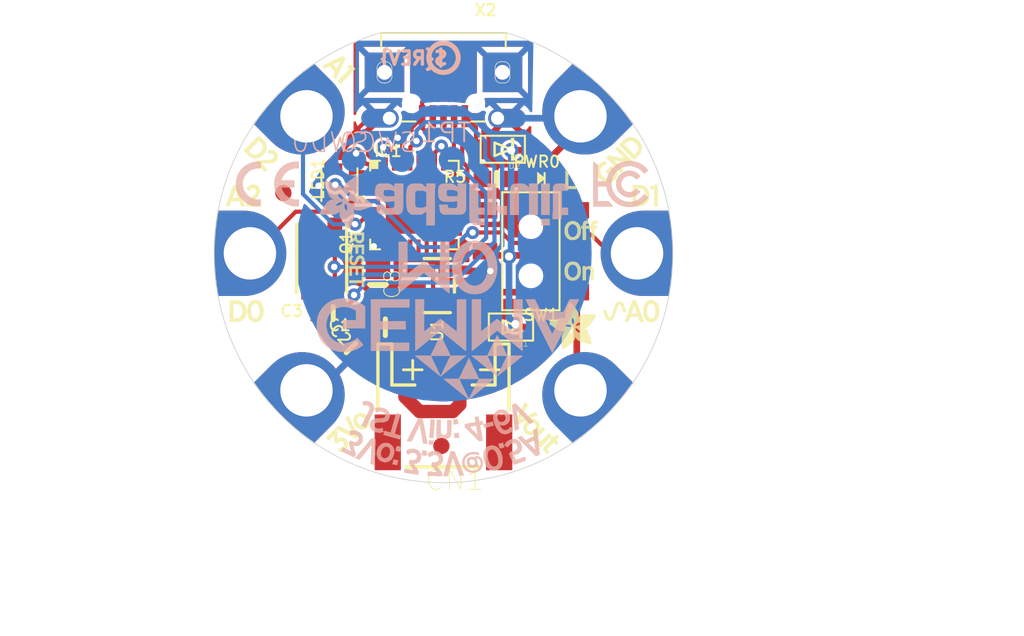
<source format=kicad_pcb>
(kicad_pcb (version 20221018) (generator pcbnew)
  (layers (0 "F.Cu" signal) (1 "In1.Cu" signal) (2 "In2.Cu" signal) (3 "In3.Cu" signal) (4 "In4.Cu" signal) (5 "In5.Cu" signal) (6 "In6.Cu" signal) (7 "In7.Cu" signal) (8 "In8.Cu" signal) (9 "In9.Cu" signal) (10 "In10.Cu" signal) (11 "In11.Cu" signal) (12 "In12.Cu" signal) (13 "In13.Cu" signal) (14 "In14.Cu" signal) (31 "B.Cu" signal) (34 "B.Paste" user) (35 "F.Paste" user) (36 "B.SilkS" user "B.Silkscreen") (37 "F.SilkS" user "F.Silkscreen") (38 "B.Mask" user) (39 "F.Mask" user) (44 "Edge.Cuts" user))
  (net 0 "")
  (net 1 "GND")
  (net 2 "VBUS")
  (net 3 "~{RESET}")
  (net 4 "VBAT")
  (net 5 "D-")
  (net 6 "D+")
  (net 7 "3.3V")
  (net 8 "SWCLK")
  (net 9 "SWDIO")
  (net 10 "D4")
  (net 11 "D3")
  (net 12 "D1_A0")
  (net 13 "VOUT")
  (net 14 "D0_SDA_TX")
  (net 15 "D2_SCL_RX")
  (net 16 "VDDCORE")
  (net 17 "VHIGH")
  (net 18 "D13")
  (net 19 "N$1")
  (footprint "working:SEWALLI" (layer "F.Cu") (at 156.5021 96.736005 -45)
    (fp_text reference "GND0" hide)
    (fp_text value "SEWTAP-ALLIGATOR" hide)
  )
  (footprint "working:EG1390" (layer "F.Cu") (at 153.8351 104.610005 90)
    (fp_text reference "SW1")
    (fp_text value "EG1218")
  )
  (footprint "working:FIDUCIAL_1MM" (layer "F.Cu") (at 138.7331 101.055505 90)
    (fp_text reference "U$1" hide)
    (fp_text value "FIDUCIAL_1MM" hide)
  )
  (footprint "working:SEWALLI" (layer "F.Cu") (at 140.5001 112.738005 135)
    (fp_text reference "UNK3V3" hide)
    (fp_text value "SEWTAP-ALLIGATOR" hide)
  )
  (footprint "working:0603-NO" (layer "F.Cu") (at 142.8496 110.515505 135)
    (fp_text reference "C2")
    (fp_text value "1uF")
  )
  (footprint "working:0805-NO" (layer "F.Cu") (at 144.5006 106.642005 -90)
    (fp_text reference "C8")
    (fp_text value "10uF")
  )
  (footprint "working:SEWALLI" (layer "F.Cu") (at 159.8041 104.737005 -90)
    (fp_text reference "B1" hide)
    (fp_text value "SEWTAP-ALLIGATOR" hide)
  )
  (footprint "working:SOD-123FL" (layer "F.Cu") (at 152.6191 109.236005 180)
    (fp_text reference "D1")
    (fp_text value "SCHOTTKY")
  )
  (footprint "working:SEWALLI" (layer "F.Cu") (at 140.5001 96.736005 45)
    (fp_text reference "B2" hide)
    (fp_text value "SEWTAP-ALLIGATOR" hide)
  )
  (footprint "working:SOD-123FL" (layer "F.Cu") (at 152.1206 98.387005 180)
    (fp_text reference "D2")
    (fp_text value "SCHOTTKY")
  )
  (footprint "working:0805-NO" (layer "F.Cu") (at 144.9546 109.245505 180)
    (fp_text reference "C1")
    (fp_text value "10uF")
  )
  (footprint "working:SEWALLI" (layer "F.Cu") (at 137.1981 104.737005 90)
    (fp_text reference "B0" hide)
    (fp_text value "SEWTAP-ALLIGATOR" hide)
  )
  (footprint "working:0603-NO" (layer "F.Cu") (at 151.731893 100.199015 180)
    (fp_text reference "R5")
    (fp_text value "1K")
  )
  (footprint "working:CHIPLED_0603_NOOUTLINE" (layer "F.Cu") (at 154.4701 100.165005 -90)
    (fp_text reference "PWR0")
    (fp_text value "red")
  )
  (footprint "working:JSTPH2" (layer "F.Cu") (at 148.5011 114.770005 180)
    (fp_text reference "CN1")
    (fp_text value "JST-PH")
  )
  (footprint "working:APA102_2020" (layer "F.Cu") (at 142.1511 100.546005 90)
    (fp_text reference "LED1")
    (fp_text value "AP102-2020")
  )
  (footprint "working:QFN32_5MM" (layer "F.Cu") (at 146.729485 101.789705)
    (fp_text reference "IC1")
    (fp_text value "ATSAMD21E")
  )
  (footprint "working:0603-NO" (layer "F.Cu") (at 141.773294 108.379614 180)
    (fp_text reference "C3")
    (fp_text value "1uF")
  )
  (footprint "working:BTN_KMR2_4.6X2.8" (layer "F.Cu") (at 141.0716 105.054505 -90)
    (fp_text reference "Q1")
    (fp_text value "reset")
  )
  (footprint "working:4UCONN_20329_V2" (layer "F.Cu") (at 148.5011 95.593005 180)
    (fp_text reference "X2")
    (fp_text value "MicroUSB")
    (fp_line (start -4.05 2.15) (end -4.05 1.6) (stroke (width 0.05)) (layer "Edge.Cuts"))
    (fp_line (start -3.7 1.25) (end -3.5 1.25) (stroke (width 0.05)) (layer "Edge.Cuts"))
    (fp_line (start -3.5 2.55) (end -3.7 2.55) (stroke (width 0.05)) (layer "Edge.Cuts"))
    (fp_line (start -3.15 1.6) (end -3.15 2.15) (stroke (width 0.05)) (layer "Edge.Cuts"))
    (fp_line (start 3.15 2.2) (end 3.15 1.6) (stroke (width 0.05)) (layer "Edge.Cuts"))
    (fp_line (start 4.05 1.6) (end 4.05 2.2) (stroke (width 0.05)) (layer "Edge.Cuts"))
    (fp_arc (start -4.05 1.6) (mid -3.947487 1.352513) (end -3.7 1.25) (stroke (width 0.05)) (layer "Edge.Cuts"))
    (fp_arc (start -3.7 2.55) (mid -3.957843 2.422487) (end -4.05 2.15) (stroke (width 0.05)) (layer "Edge.Cuts"))
    (fp_arc (start -3.5 1.25) (mid -3.252513 1.352513) (end -3.15 1.6) (stroke (width 0.05)) (layer "Edge.Cuts"))
    (fp_arc (start -3.15 2.15) (mid -3.242157 2.422487) (end -3.5 2.55) (stroke (width 0.05)) (layer "Edge.Cuts"))
    (fp_arc (start 3.15 1.6) (mid 3.302513 1.331802) (end 3.6 1.25) (stroke (width 0.05)) (layer "Edge.Cuts"))
    (fp_arc (start 3.6 1.25) (mid 3.897487 1.331802) (end 4.05 1.6) (stroke (width 0.05)) (layer "Edge.Cuts"))
    (fp_arc (start 3.6 2.55) (mid 3.302513 2.468198) (end 3.15 2.2) (stroke (width 0.05)) (layer "Edge.Cuts"))
    (fp_arc (start 4.05 2.2) (mid 3.897487 2.468198) (end 3.6 2.55) (stroke (width 0.05)) (layer "Edge.Cuts"))
  )
  (footprint "working:FIDUCIAL_1MM" (layer "F.Cu") (at 148.3741 116.487505)
    (fp_text reference "U$6" hide)
    (fp_text value "FIDUCIAL_1MM" hide)
  )
  (footprint "working:SEWALLI" (layer "F.Cu") (at 156.5021 112.738005 -135)
    (fp_text reference "VBAT0" hide)
    (fp_text value "SEWTAP-ALLIGATOR" hide)
  )
  (footprint "working:GEMMA_M0_TOP" (layer "F.Cu") (at 134.5311 118.707005)
    (fp_text reference "U$8" hide)
    (fp_text value "" hide)
  )
  (footprint "working:SOT23-5" (layer "F.Cu") (at 148.1201 106.705505 -90)
    (fp_text reference "U1")
    (fp_text value "AP2112K-3.3")
  )
  (footprint "working:TP16R" (layer "B.Cu") (at 149.0091 99.022005 180)
    (fp_text reference "TP1")
    (fp_text value "TPTP16R")
  )
  (footprint "working:TP15R" (layer "B.Cu") (at 143.0401 99.022005 180)
    (fp_text reference "SWD0")
    (fp_text value "TPTP15R")
  )
  (footprint "working:PCBFEAT-REV-040" (layer "B.Cu") (at 148.5011 92.799005 180)
    (fp_text reference "U$10" hide)
    (fp_text value "" hide)
  )
  (footprint "working:TP15R" (layer "B.Cu") (at 145.9611 99.022005 180)
    (fp_text reference "SWC0")
    (fp_text value "TPTP15R")
  )
  (footprint "working:GEMMA_M0_BOTTOM" (layer "B.Cu") (at 134.5311 91.402005)
    (fp_text reference "U$7" hide)
    (fp_text value "" hide)
  )
  (gr_arc (start 152.3111 91.275005) (mid 148.5011 118.732194) (end 144.6911 91.275005) (stroke (width 0.05)) (layer "Edge.Cuts"))
  (gr_line (start 144.6911 91.275005) (end 152.3111 91.275005) (stroke (width 0.05)) (layer "Edge.Cuts"))
  (gr_text "+" (at 145.5801 112.611005) (layer "F.SilkS") (effects (font (size 1.50876 1.50876) (thickness 0.16764)) (justify left bottom)))
  (gr_text "-" (at 150.2791 112.611005) (layer "F.SilkS") (effects (font (size 1.50876 1.50876) (thickness 0.16764)) (justify left bottom)))
  (segment (start 146.979485 99.289705) (end 146.979485 101.476205) (width 0.254) (layer "F.Cu") (net 1))
  (segment (start 147.6121 97.942505) (end 147.6121 97.498005) (width 0.254) (layer "F.Cu") (net 1))
  (segment (start 142.7226 97.942505) (end 142.7226 97.688505) (width 0.254) (layer "F.Cu") (net 1))
  (segment (start 147.2011 97.087005) (end 147.2011 96.368005) (width 0.254) (layer "F.Cu") (net 1))
  (segment (start 140.61621 108.379614) (end 140.923294 108.379614) (width 0.254) (layer "F.Cu") (net 1))
  (segment (start 145.479485 104.289705) (end 145.479485 102.976205) (width 0.254) (layer "F.Cu") (net 1))
  (segment (start 149.0726 114.389005) (end 147.0406 114.389005) (width 0.8128) (layer "F.Cu") (net 1))
  (segment (start 147.1676 98.577505) (end 146.979485 98.765621) (width 0.254) (layer "F.Cu") (net 1))
  (segment (start 149.5011 113.960505) (end 149.0726 114.389005) (width 0.8128) (layer "F.Cu") (net 1))
  (segment (start 141.4011 99.264005) (end 141.4011 99.596005) (width 0.254) (layer "F.Cu") (net 1))
  (segment (start 146.1516 113.500005) (end 146.1516 112.801505) (width 0.8128) (layer "F.Cu") (net 1))
  (segment (start 147.6121 97.498005) (end 147.2011 97.087005) (width 0.254) (layer "F.Cu") (net 1))
  (segment (start 144.0046 109.245505) (end 144.0046 107.834005) (width 0.254) (layer "F.Cu") (net 1))
  (segment (start 145.479485 104.289705) (end 145.479485 104.826889) (width 0.254) (layer "F.Cu") (net 1))
  (segment (start 145.2011 96.611005) (end 145.2011 96.493005) (width 0.254) (layer "F.Cu") (net 1))
  (segment (start 147.2011 96.368005) (end 147.2011 95.496005) (width 0.254) (layer "F.Cu") (net 1))
  (segment (start 147.4851 98.387005) (end 147.1676 98.577505) (width 0.254) (layer "F.Cu") (net 1))
  (segment (start 146.979485 101.476205) (end 146.729485 101.726205) (width 0.254) (layer "F.Cu") (net 1))
  (segment (start 146.1516 112.801505) (end 146.1516 112.357005) (width 0.8128) (layer "F.Cu") (net 1))
  (segment (start 147.2011 95.496005) (end 147.4851 95.212005) (width 0.254) (layer "F.Cu") (net 1))
  (segment (start 151.8011 96.493005) (end 151.917309 96.376796) (width 0.254) (layer "F.Cu") (net 1))
  (segment (start 151.8011 97.639005) (end 151.8011 96.493005) (width 0.254) (layer "F.Cu") (net 1))
  (segment (start 142.7226 97.688505) (end 143.9181 96.493005) (width 0.254) (layer "F.Cu") (net 1))
  (segment (start 145.479485 102.976205) (end 146.729485 101.726205) (width 0.254) (layer "F.Cu") (net 1))
  (segment (start 141.4011 99.264005) (end 142.7226 97.942505) (width 0.254) (layer "F.Cu") (net 1))
  (segment (start 147.0406 114.389005) (end 146.1516 113.500005) (width 0.8128) (layer "F.Cu") (net 1))
  (segment (start 144.2466 107.592005) (end 144.5006 107.592005) (width 0.254) (layer "F.Cu") (net 1))
  (segment (start 145.5141 106.705505) (end 146.82 106.705505) (width 0.3048) (layer "F.Cu") (net 1))
  (segment (start 146.729485 101.726205) (end 146.729485 101.789705) (width 0.254) (layer "F.Cu") (net 1))
  (segment (start 140.2716 108.035005) (end 140.61621 108.379614) (width 0.254) (layer "F.Cu") (net 1))
  (segment (start 146.979485 99.289705) (end 146.979485 98.765621) (width 0.254) (layer "F.Cu") (net 1))
  (segment (start 145.479485 104.826889) (end 145.8341 105.181505) (width 0.254) (layer "F.Cu") (net 1))
  (segment (start 144.6911 112.801505) (end 146.1516 112.801505) (width 0.254) (layer "F.Cu") (net 1))
  (segment (start 144.0046 107.834005) (end 144.2466 107.592005) (width 0.254) (layer "F.Cu") (net 1))
  (segment (start 147.6121 97.942505) (end 147.4851 98.387005) (width 0.254) (layer "F.Cu") (net 1))
  (segment (start 149.5011 111.070005) (end 149.5011 113.960505) (width 0.8128) (layer "F.Cu") (net 1))
  (segment (start 156.861309 97.075296) (end 156.861309 96.376796) (width 0.4064) (layer "F.Cu") (net 1))
  (segment (start 154.9781 98.958505) (end 156.861309 97.075296) (width 0.4064) (layer "F.Cu") (net 1))
  (segment (start 140.2716 107.104505) (end 140.2716 108.035005) (width 0.254) (layer "F.Cu") (net 1))
  (segment (start 143.9181 96.493005) (end 145.2011 96.493005) (width 0.254) (layer "F.Cu") (net 1))
  (segment (start 156.861309 96.376796) (end 156.7451 96.493005) (width 0.4064) (layer "B.Cu") (net 1))
  (segment (start 156.7451 96.493005) (end 156.628946 96.493005) (width 0.4064) (layer "B.Cu") (net 1))
  (segment (start 156.628946 96.493005) (end 151.8011 96.493005) (width 0.4064) (layer "B.Cu") (net 1))
  (segment (start 156.861309 96.725368) (end 156.628946 96.493005) (width 0.4064) (layer "B.Cu") (net 1))
  (segment (start 150.4831 97.050005) (end 150.4831 98.387005) (width 0.254) (layer "F.Cu") (net 2))
  (segment (start 149.8011 96.368005) (end 150.4831 97.050005) (width 0.254) (layer "F.Cu") (net 2))
  (segment (start 141.8716 105.600505) (end 141.8716 107.104505) (width 0.254) (layer "F.Cu") (net 3))
  (segment (start 141.8716 103.175005) (end 141.8716 103.004505) (width 0.254) (layer "F.Cu") (net 3))
  (segment (start 141.8716 105.524505) (end 141.8716 103.004505) (width 0.254) (layer "F.Cu") (net 3))
  (segment (start 141.8336 105.562505) (end 141.8716 105.524505) (width 0.254) (layer "F.Cu") (net 3))
  (segment (start 141.8336 105.562505) (end 141.8716 105.600505) (width 0.254) (layer "F.Cu") (net 3))
  (segment (start 147.979485 98.591121) (end 148.3741 98.196505) (width 0.254) (layer "F.Cu") (net 3))
  (segment (start 147.979485 99.289705) (end 147.979485 98.591121) (width 0.254) (layer "F.Cu") (net 3))
  (via (at 141.8336 105.562505) (size 0.8001) (drill 0.3937) (layers "F.Cu" "B.Cu") (net 3))
  (via (at 148.3741 98.196505) (size 0.8001) (drill 0.3937) (layers "F.Cu" "B.Cu") (net 3))
  (segment (start 148.9456 98.895005) (end 149.0091 98.958505) (width 0.254) (layer "B.Cu") (net 3))
  (segment (start 151.1046 101.054005) (end 151.1046 103.784505) (width 0.254) (layer "B.Cu") (net 3))
  (segment (start 149.3266 105.562505) (end 141.8336 105.562505) (width 0.254) (layer "B.Cu") (net 3))
  (segment (start 148.9456 98.895005) (end 148.9456 98.768005) (width 0.254) (layer "B.Cu") (net 3))
  (segment (start 149.0091 98.958505) (end 151.1046 101.054005) (width 0.254) (layer "B.Cu") (net 3))
  (segment (start 148.9456 98.768005) (end 148.3741 98.196505) (width 0.254) (layer "B.Cu") (net 3))
  (segment (start 149.0091 99.022005) (end 149.0091 98.958505) (width 0.254) (layer "B.Cu") (net 3))
  (segment (start 151.1046 103.784505) (end 149.3266 105.562505) (width 0.254) (layer "B.Cu") (net 3))
  (segment (start 147.5011 108.785005) (end 147.5011 111.070005) (width 0.4064) (layer "F.Cu") (net 4))
  (segment (start 147.4851 111.054005) (end 147.5011 111.070005) (width 0.254) (layer "F.Cu") (net 4))
  (segment (start 150.9816 109.122505) (end 150.9816 109.236005) (width 0.4064) (layer "F.Cu") (net 4))
  (segment (start 150.2156 108.356505) (end 147.9296 108.356505) (width 0.254) (layer "F.Cu") (net 4))
  (segment (start 150.2156 108.356505) (end 150.9816 109.122505) (width 0.4064) (layer "F.Cu") (net 4))
  (segment (start 150.9816 109.236005) (end 150.9816 108.995505) (width 0.254) (layer "F.Cu") (net 4))
  (segment (start 147.9296 108.356505) (end 147.5011 108.785005) (width 0.4064) (layer "F.Cu") (net 4))
  (segment (start 149.6441 99.149005) (end 149.9616 99.466505) (width 0.254) (layer "F.Cu") (net 5))
  (segment (start 149.6441 97.625005) (end 149.6441 99.149005) (width 0.254) (layer "F.Cu") (net 5))
  (segment (start 149.1511 97.132005) (end 149.6441 97.625005) (width 0.254) (layer "F.Cu") (net 5))
  (segment (start 149.1511 97.132005) (end 149.1511 96.368005) (width 0.254) (layer "F.Cu") (net 5))
  (segment (start 149.9616 100.355505) (end 149.7774 100.539705) (width 0.254) (layer "F.Cu") (net 5))
  (segment (start 149.9616 99.466505) (end 149.9616 100.355505) (width 0.254) (layer "F.Cu") (net 5))
  (segment (start 149.7774 100.539705) (end 149.229484 100.539705) (width 0.254) (layer "F.Cu") (net 5))
  (segment (start 149.229484 99.976205) (end 149.1361 99.882821) (width 0.254) (layer "F.Cu") (net 6))
  (segment (start 148.5011 96.368005) (end 148.5011 97.180505) (width 0.254) (layer "F.Cu") (net 6))
  (segment (start 148.5011 97.180505) (end 149.1361 97.815505) (width 0.254) (layer "F.Cu") (net 6))
  (segment (start 149.229484 100.039705) (end 149.229484 99.976205) (width 0.254) (layer "F.Cu") (net 6))
  (segment (start 149.1361 97.815505) (end 149.1361 99.882821) (width 0.254) (layer "F.Cu") (net 6))
  (segment (start 145.979485 97.96089) (end 145.7071 97.688505) (width 0.254) (layer "F.Cu") (net 7))
  (segment (start 144.2466 105.438005) (end 144.2466 104.305205) (width 0.254) (layer "F.Cu") (net 7))
  (segment (start 144.3101 104.368705) (end 144.2466 104.305205) (width 0.254) (layer "F.Cu") (net 7))
  (segment (start 144.963985 104.305205) (end 144.2466 104.305205) (width 0.254) (layer "F.Cu") (net 7))
  (segment (start 144.979485 104.289705) (end 144.963985 104.305205) (width 0.254) (layer "F.Cu") (net 7))
  (segment (start 142.88356 111.116545) (end 140.902891 113.097214) (width 0.4064) (layer "F.Cu") (net 7))
  (segment (start 141.4011 101.496005) (end 140.8811 100.976005) (width 0.254) (layer "F.Cu") (net 7))
  (segment (start 149.4812 105.816505) (end 151.3586 105.816505) (width 0.4064) (layer "F.Cu") (net 7))
  (segment (start 144.5006 105.692005) (end 144.2466 105.438005) (width 0.254) (layer "F.Cu") (net 7))
  (segment (start 143.450644 111.116545) (end 142.88356 111.116545) (width 0.4064) (layer "F.Cu") (net 7))
  (segment (start 149.4202 105.755505) (end 149.4812 105.816505) (width 0.4064) (layer "F.Cu") (net 7))
  (segment (start 140.902891 113.097214) (end 140.140891 113.097214) (width 0.4064) (layer "F.Cu") (net 7))
  (segment (start 145.979485 99.289705) (end 145.979485 97.96089) (width 0.254) (layer "F.Cu") (net 7))
  (segment (start 140.8811 100.976005) (end 140.8811 100.609505) (width 0.254) (layer "F.Cu") (net 7))
  (via (at 144.2466 104.305205) (size 0.8001) (drill 0.3937) (layers "F.Cu" "B.Cu") (net 7))
  (via (at 145.7071 97.688505) (size 0.8001) (drill 0.3937) (layers "F.Cu" "B.Cu") (net 7))
  (via (at 151.3586 105.816505) (size 0.8001) (drill 0.3937) (layers "F.Cu" "B.Cu") (net 7))
  (via (at 140.8811 100.609505) (size 0.8001) (drill 0.3937) (layers "F.Cu" "B.Cu") (net 7))
  (segment (start 140.140891 113.097214) (end 140.902891 113.097214) (width 0.254) (layer "B.Cu") (net 7))
  (segment (start 140.902891 113.097214) (end 143.8021 110.198005) (width 0.4064) (layer "B.Cu") (net 7))
  (segment (start 145.1356 98.260005) (end 145.479485 98.60389) (width 0.254) (layer "F.Cu") (net 8))
  (segment (start 145.1356 98.260005) (end 144.8181 98.260005) (width 0.254) (layer "F.Cu") (net 8))
  (segment (start 145.479485 98.60389) (end 145.479485 99.289705) (width 0.254) (layer "F.Cu") (net 8))
  (via (at 144.8181 98.260005) (size 0.8001) (drill 0.3937) (layers "F.Cu" "B.Cu") (net 8))
  (segment (start 145.5801 99.022005) (end 144.8181 98.260005) (width 0.254) (layer "B.Cu") (net 8))
  (segment (start 145.9611 99.022005) (end 145.5801 99.022005) (width 0.254) (layer "B.Cu") (net 8))
  (segment (start 143.8158 99.289705) (end 143.1671 98.641005) (width 0.254) (layer "F.Cu") (net 9))
  (segment (start 144.979485 99.289705) (end 143.8158 99.289705) (width 0.254) (layer "F.Cu") (net 9))
  (via (at 143.1671 98.641005) (size 0.8001) (drill 0.3937) (layers "F.Cu" "B.Cu") (net 9))
  (segment (start 143.0401 99.022005) (end 143.0401 98.768005) (width 0.254) (layer "B.Cu") (net 9))
  (segment (start 143.0401 98.768005) (end 143.1671 98.641005) (width 0.254) (layer "B.Cu") (net 9))
  (segment (start 143.3576 100.292005) (end 143.6053 100.539705) (width 0.2032) (layer "F.Cu") (net 10))
  (segment (start 142.2781 99.847505) (end 142.1511 99.720505) (width 0.2032) (layer "F.Cu") (net 10))
  (segment (start 143.6053 100.539705) (end 144.229485 100.539705) (width 0.2032) (layer "F.Cu") (net 10))
  (segment (start 142.5956 100.292005) (end 143.3576 100.292005) (width 0.2032) (layer "F.Cu") (net 10))
  (segment (start 142.2781 99.847505) (end 142.5956 100.292005) (width 0.2032) (layer "F.Cu") (net 10))
  (segment (start 142.1511 99.720505) (end 142.1511 99.596005) (width 0.2032) (layer "F.Cu") (net 10))
  (segment (start 143.6116 99.784005) (end 143.0891 99.784005) (width 0.254) (layer "F.Cu") (net 11))
  (segment (start 143.8673 100.039705) (end 143.6116 99.784005) (width 0.254) (layer "F.Cu") (net 11))
  (segment (start 143.0891 99.784005) (end 142.9011 99.596005) (width 0.254) (layer "F.Cu") (net 11))
  (segment (start 144.1848 100.039705) (end 144.229485 100.039705) (width 0.2032) (layer "F.Cu") (net 11))
  (segment (start 144.1848 100.039705) (end 143.8673 100.039705) (width 0.254) (layer "F.Cu") (net 11))
  (segment (start 154.9781 104.102005) (end 152.6921 104.102005) (width 0.254) (layer "F.Cu") (net 12))
  (segment (start 142.0876 100.546005) (end 141.8971 100.546005) (width 0.2032) (layer "F.Cu") (net 12))
  (segment (start 142.0876 100.546005) (end 142.3416 100.800005) (width 0.2032) (layer "F.Cu") (net 12))
  (segment (start 142.3416 100.800005) (end 143.1671 100.800005) (width 0.2032) (layer "F.Cu") (net 12))
  (segment (start 152.0571 103.467005) (end 150.2791 103.467005) (width 0.254) (layer "F.Cu") (net 12))
  (segment (start 155.4861 103.594005) (end 154.9781 104.102005) (width 0.254) (layer "F.Cu") (net 12))
  (segment (start 144.229485 101.039705) (end 143.4068 101.039705) (width 0.2032) (layer "F.Cu") (net 12))
  (segment (start 143.1671 100.800005) (end 143.4068 101.039705) (width 0.2032) (layer "F.Cu") (net 12))
  (segment (start 152.6921 104.102005) (end 152.0571 103.467005) (width 0.254) (layer "F.Cu") (net 12))
  (segment (start 160.3121 104.737005) (end 158.6611 104.737005) (width 0.254) (layer "F.Cu") (net 12))
  (segment (start 157.5181 103.594005) (end 155.4861 103.594005) (width 0.254) (layer "F.Cu") (net 12))
  (segment (start 158.6611 104.737005) (end 157.5181 103.594005) (width 0.254) (layer "F.Cu") (net 12))
  (via (at 150.2791 103.467005) (size 0.8001) (drill 0.3937) (layers "F.Cu" "B.Cu") (net 12))
  (via (at 141.8971 100.546005) (size 0.8001) (drill 0.3937) (layers "F.Cu" "B.Cu") (net 12))
  (segment (start 142.1511 100.546005) (end 141.8971 100.546005) (width 0.254) (layer "B.Cu") (net 12))
  (segment (start 147.1041 104.356005) (end 149.1361 104.356005) (width 0.254) (layer "B.Cu") (net 12))
  (segment (start 147.1041 104.356005) (end 147.1041 104.292505) (width 0.254) (layer "B.Cu") (net 12))
  (segment (start 143.1671 101.562005) (end 142.1511 100.546005) (width 0.254) (layer "B.Cu") (net 12))
  (segment (start 149.1361 104.356005) (end 150.0251 103.467005) (width 0.254) (layer "B.Cu") (net 12))
  (segment (start 150.0251 103.467005) (end 150.2791 103.467005) (width 0.254) (layer "B.Cu") (net 12))
  (segment (start 147.1041 104.292505) (end 144.3736 101.562005) (width 0.254) (layer "B.Cu") (net 12))
  (segment (start 144.3736 101.562005) (end 143.1671 101.562005) (width 0.254) (layer "B.Cu") (net 12))
  (segment (start 151.0351 107.110005) (end 156.6351 107.110005) (width 0.4064) (layer "F.Cu") (net 13))
  (segment (start 156.861309 113.097214) (end 156.6351 112.871005) (width 0.4064) (layer "F.Cu") (net 13))
  (segment (start 147.8661 106.959505) (end 147.8661 107.658005) (width 0.254) (layer "F.Cu") (net 13))
  (segment (start 156.6351 112.871005) (end 156.6351 107.110005) (width 0.4064) (layer "F.Cu") (net 13))
  (segment (start 147.8661 105.755505) (end 147.8661 106.959505) (width 0.254) (layer "F.Cu") (net 13))
  (segment (start 145.9046 109.245505) (end 145.9046 108.570905) (width 0.4064) (layer "F.Cu") (net 13))
  (segment (start 146.82 107.658005) (end 146.82 107.655505) (width 0.254) (layer "F.Cu") (net 13))
  (segment (start 151.0351 107.110005) (end 150.8846 106.959505) (width 0.254) (layer "F.Cu") (net 13))
  (segment (start 145.9046 108.570905) (end 146.82 107.655505) (width 0.4064) (layer "F.Cu") (net 13))
  (segment (start 146.82 105.755505) (end 147.8661 105.755505) (width 0.254) (layer "F.Cu") (net 13))
  (segment (start 150.8846 106.959505) (end 147.8661 106.959505) (width 0.254) (layer "F.Cu") (net 13))
  (segment (start 147.8661 107.658005) (end 146.82 107.658005) (width 0.254) (layer "F.Cu") (net 13))
  (segment (start 143.3879 102.039705) (end 143.2306 102.197005) (width 0.254) (layer "F.Cu") (net 14))
  (segment (start 144.229485 102.039705) (end 143.3879 102.039705) (width 0.254) (layer "F.Cu") (net 14))
  (segment (start 139.4841 102.197005) (end 136.9441 104.737005) (width 0.254) (layer "F.Cu") (net 14))
  (segment (start 143.2306 102.197005) (end 139.4841 102.197005) (width 0.254) (layer "F.Cu") (net 14))
  (segment (start 136.9441 104.737005) (end 136.6901 104.737005) (width 0.254) (layer "F.Cu") (net 14))
  (segment (start 143.2941 102.959005) (end 143.1036 102.959005) (width 0.254) (layer "F.Cu") (net 15))
  (segment (start 143.7134 102.539705) (end 143.2941 102.959005) (width 0.254) (layer "F.Cu") (net 15))
  (segment (start 144.229485 102.539705) (end 143.7134 102.539705) (width 0.254) (layer "F.Cu") (net 15))
  (via (at 143.1036 102.959005) (size 0.8001) (drill 0.3937) (layers "F.Cu" "B.Cu") (net 15))
  (segment (start 139.9286 101.117505) (end 139.9286 98.514005) (width 0.254) (layer "B.Cu") (net 15))
  (segment (start 140.1191 96.398587) (end 140.140891 96.376796) (width 0.254) (layer "B.Cu") (net 15))
  (segment (start 140.140891 98.301715) (end 140.140891 96.376796) (width 0.254) (layer "B.Cu") (net 15))
  (segment (start 139.9286 101.117505) (end 141.7701 102.959005) (width 0.254) (layer "B.Cu") (net 15))
  (segment (start 141.7701 102.959005) (end 143.1036 102.959005) (width 0.254) (layer "B.Cu") (net 15))
  (segment (start 139.9286 98.514005) (end 140.140891 98.301715) (width 0.254) (layer "B.Cu") (net 15))
  (segment (start 140.1826 96.418505) (end 140.140891 96.376796) (width 0.254) (layer "B.Cu") (net 15))
  (segment (start 143.0401 107.531005) (end 142.623294 107.947811) (width 0.254) (layer "F.Cu") (net 16))
  (segment (start 146.479485 99.289705) (end 146.479485 98.249621) (width 0.254) (layer "F.Cu") (net 16))
  (segment (start 142.623294 107.947811) (end 142.623294 108.379614) (width 0.254) (layer "F.Cu") (net 16))
  (segment (start 146.479485 98.249621) (end 146.8501 97.879005) (width 0.254) (layer "F.Cu") (net 16))
  (segment (start 143.0401 107.531005) (end 143.0401 107.277005) (width 0.254) (layer "F.Cu") (net 16))
  (via (at 143.0401 107.277005) (size 0.8001) (drill 0.3937) (layers "F.Cu" "B.Cu") (net 16))
  (via (at 146.8501 97.879005) (size 0.8001) (drill 0.3937) (layers "F.Cu" "B.Cu") (net 16))
  (segment (start 149.1361 106.515005) (end 143.8021 106.515005) (width 0.254) (layer "B.Cu") (net 16))
  (segment (start 149.8981 96.736005) (end 147.3581 96.736005) (width 0.254) (layer "B.Cu") (net 16))
  (segment (start 146.8501 97.244005) (end 146.8501 97.879005) (width 0.254) (layer "B.Cu") (net 16))
  (segment (start 151.0411 98.895005) (end 151.6126 99.466505) (width 0.254) (layer "B.Cu") (net 16))
  (segment (start 149.8981 96.736005) (end 151.0411 97.879005) (width 0.254) (layer "B.Cu") (net 16))
  (segment (start 149.1361 106.515005) (end 151.6126 104.038505) (width 0.254) (layer "B.Cu") (net 16))
  (segment (start 151.0411 97.879005) (end 151.0411 98.895005) (width 0.254) (layer "B.Cu") (net 16))
  (segment (start 147.3581 96.736005) (end 146.8501 97.244005) (width 0.254) (layer "B.Cu") (net 16))
  (segment (start 151.6126 99.466505) (end 151.6126 104.038505) (width 0.254) (layer "B.Cu") (net 16))
  (segment (start 143.8021 106.515005) (end 143.0401 107.277005) (width 0.254) (layer "B.Cu") (net 16))
  (segment (start 153.7581 98.387005) (end 153.6946 98.450505) (width 0.4064) (layer "F.Cu") (net 17))
  (segment (start 155.8671 104.864005) (end 152.5651 104.864005) (width 0.4064) (layer "F.Cu") (net 17))
  (segment (start 153.6946 98.450505) (end 152.6286 98.450505) (width 0.4064) (layer "F.Cu") (net 17))
  (segment (start 156.6351 104.610005) (end 156.1211 104.610005) (width 0.4064) (layer "F.Cu") (net 17))
  (segment (start 152.5651 104.864005) (end 151.2891 104.864005) (width 0.4064) (layer "F.Cu") (net 17))
  (segment (start 156.1211 104.610005) (end 155.8671 104.864005) (width 0.4064) (layer "F.Cu") (net 17))
  (segment (start 153.0636 109.236005) (end 152.8826 109.055005) (width 0.4064) (layer "F.Cu") (net 17))
  (segment (start 152.5016 104.927505) (end 152.5651 104.864005) (width 0.4064) (layer "F.Cu") (net 17))
  (segment (start 154.2566 109.236005) (end 153.0636 109.236005) (width 0.4064) (layer "F.Cu") (net 17))
  (segment (start 151.2891 104.864005) (end 151.0351 104.610005) (width 0.4064) (layer "F.Cu") (net 17))
  (via (at 152.5016 104.927505) (size 0.9064) (drill 0.5) (layers "F.Cu" "B.Cu") (net 17))
  (via (at 152.8826 109.055005) (size 0.9064) (drill 0.5) (layers "F.Cu" "B.Cu") (net 17))
  (via (at 152.6286 98.450505) (size 0.9064) (drill 0.5) (layers "F.Cu" "B.Cu") (net 17))
  (segment (start 152.5016 108.674005) (end 152.8826 109.055005) (width 0.4064) (layer "B.Cu") (net 17))
  (segment (start 152.6286 104.800505) (end 152.5016 104.927505) (width 0.4064) (layer "B.Cu") (net 17))
  (segment (start 152.6286 98.450505) (end 152.6286 104.800505) (width 0.4064) (layer "B.Cu") (net 17))
  (segment (start 152.5016 108.674005) (end 152.5016 104.927505) (width 0.4064) (layer "B.Cu") (net 17))
  (segment (start 149.229484 101.039705) (end 149.9879 101.039705) (width 0.254) (layer "F.Cu") (net 18))
  (segment (start 150.7356 100.292005) (end 150.788903 100.292005) (width 0.254) (layer "F.Cu") (net 18))
  (segment (start 150.788903 100.292005) (end 150.881893 100.199015) (width 0.254) (layer "F.Cu") (net 18))
  (segment (start 149.9879 101.039705) (end 150.7356 100.292005) (width 0.254) (layer "F.Cu") (net 18))
  (segment (start 152.581893 100.199015) (end 153.68609 100.199015) (width 0.254) (layer "F.Cu") (net 19))
  (segment (start 153.68609 100.199015) (end 153.7201 100.165005) (width 0.254) (layer "F.Cu") (net 19))
  (zone (net 1) (net_name "GND") (layer "F.Cu") (priority 6) (connect_pads (clearance 0.000001)) (min_thickness 0.1524) (fill yes (thermal_gap 0.3548) (thermal_bridge_width 0.3548))
    (polygon (pts (xy 149.118181 95.715597) (xy 149.732386 95.778738) (xy 150.340849 95.883648) (xy 150.940734 96.029836) (xy 151.529245 96.216621) (xy 152.103638 96.443132) (xy 152.661233 96.708312) (xy 153.199432 97.010927) (xy 153.715725 97.349564) (xy 154.207706 97.722645) (xy 154.673079 98.128429) (xy 155.109676 98.565026) (xy 155.51546 99.030399) (xy 155.888541 99.52238) (xy 156.227178 100.038673) (xy 156.529793 100.576872) (xy 156.794973 101.134467) (xy 157.021484 101.70886) (xy 157.208269 102.297371) (xy 157.354457 102.897256) (xy 157.459367 103.505719) (xy 157.522508 104.119924) (xy 157.543589 104.737005) (xy 157.522508 105.354086) (xy 157.459367 105.968291) (xy 157.354457 106.576754) (xy 157.208269 107.176639) (xy 157.021484 107.76515) (xy 156.794973 108.339543) (xy 156.529793 108.897138) (xy 156.227178 109.435337) (xy 155.888541 109.95163) (xy 155.51546 110.443611) (xy 155.109676 110.908984) (xy 154.673079 111.345581) (xy 154.207706 111.751365) (xy 153.715725 112.124446) (xy 153.199432 112.463083) (xy 152.661233 112.765698) (xy 152.103638 113.030878) (xy 151.529245 113.257389) (xy 150.940734 113.444174) (xy 150.340849 113.590362) (xy 149.732386 113.695272) (xy 149.118181 113.758413) (xy 148.498495 113.779583) (xy 147.272383 113.695715) (xy 146.661351 113.590362) (xy 146.061466 113.444174) (xy 145.472955 113.257389) (xy 144.898562 113.030878) (xy 144.340967 112.765698) (xy 143.802768 112.463083) (xy 143.286475 112.124446) (xy 142.794494 111.751365) (xy 142.329121 111.345581) (xy 141.892524 110.908984) (xy 141.48674 110.443611) (xy 141.113659 109.95163) (xy 140.775022 109.435337) (xy 140.472407 108.897138) (xy 140.207227 108.339543) (xy 139.980716 107.76515) (xy 139.793931 107.176639) (xy 139.647743 106.576754) (xy 139.542833 105.968291) (xy 139.479692 105.354086) (xy 139.458522 104.7344) (xy 139.54239 103.508288) (xy 139.647743 102.897256) (xy 139.793931 102.297371) (xy 139.980716 101.70886) (xy 140.207227 101.134467) (xy 140.472407 100.576872) (xy 140.775022 100.038673) (xy 141.113659 99.52238) (xy 141.48674 99.030399) (xy 141.892524 98.565026) (xy 142.329121 98.128429) (xy 142.794494 97.722645) (xy 143.286475 97.349564) (xy 143.802768 97.010927) (xy 144.340967 96.708312) (xy 144.898562 96.443132) (xy 145.472955 96.216621) (xy 146.061466 96.029836) (xy 146.661351 95.883648) (xy 147.269814 95.778738) (xy 147.884019 95.715597) (xy 148.5011 95.694516)))
  )
  (zone (net 1) (net_name "GND") (layer "F.Cu") (priority 6) (connect_pads (clearance 0.000001)) (min_thickness 0.1524) (fill yes (thermal_gap 0.3548) (thermal_bridge_width 0.3548))
    (polygon (pts (xy 153.8605 99.936405) (xy 143.0147 99.936405) (xy 143.0147 91.884605) (xy 153.8605 91.884605)))
  )
  (zone (net 7) (net_name "3.3V") (layer "B.Cu") (priority 6) (connect_pads (clearance 0.000001)) (min_thickness 0.1524) (fill yes (thermal_gap 0.3548) (thermal_bridge_width 0.3548))
    (polygon (pts (xy 149.118181 95.715597) (xy 149.732386 95.778738) (xy 150.340849 95.883648) (xy 150.940734 96.029836) (xy 151.529245 96.216621) (xy 152.103638 96.443132) (xy 152.661233 96.708312) (xy 153.199432 97.010927) (xy 153.715725 97.349564) (xy 154.207706 97.722645) (xy 154.673079 98.128429) (xy 155.109676 98.565026) (xy 155.51546 99.030399) (xy 155.888541 99.52238) (xy 156.227178 100.038673) (xy 156.529793 100.576872) (xy 156.794973 101.134467) (xy 157.021484 101.70886) (xy 157.208269 102.297371) (xy 157.354457 102.897256) (xy 157.459367 103.505719) (xy 157.522508 104.119924) (xy 157.543589 104.737005) (xy 157.522508 105.354086) (xy 157.459367 105.968291) (xy 157.354457 106.576754) (xy 157.208269 107.176639) (xy 157.021484 107.76515) (xy 156.794973 108.339543) (xy 156.529793 108.897138) (xy 156.227178 109.435337) (xy 155.888541 109.95163) (xy 155.51546 110.443611) (xy 155.109676 110.908984) (xy 154.673079 111.345581) (xy 154.207706 111.751365) (xy 153.715725 112.124446) (xy 153.199432 112.463083) (xy 152.661233 112.765698) (xy 152.103638 113.030878) (xy 151.529245 113.257389) (xy 150.940734 113.444174) (xy 150.340849 113.590362) (xy 149.732386 113.695272) (xy 149.118181 113.758413) (xy 148.498495 113.779583) (xy 147.272383 113.695715) (xy 146.661351 113.590362) (xy 146.061466 113.444174) (xy 145.472955 113.257389) (xy 144.898562 113.030878) (xy 144.340967 112.765698) (xy 143.802768 112.463083) (xy 143.286475 112.124446) (xy 142.794494 111.751365) (xy 142.329121 111.345581) (xy 141.892524 110.908984) (xy 141.48674 110.443611) (xy 141.113659 109.95163) (xy 140.775022 109.435337) (xy 140.472407 108.897138) (xy 140.207227 108.339543) (xy 139.980716 107.76515) (xy 139.793931 107.176639) (xy 139.647743 106.576754) (xy 139.542833 105.968291) (xy 139.479692 105.354086) (xy 139.458522 104.7344) (xy 139.54239 103.508288) (xy 139.647743 102.897256) (xy 139.793931 102.297371) (xy 139.980716 101.70886) (xy 140.207227 101.134467) (xy 140.472407 100.576872) (xy 140.775022 100.038673) (xy 141.113659 99.52238) (xy 141.48674 99.030399) (xy 141.892524 98.565026) (xy 142.329121 98.128429) (xy 142.794494 97.722645) (xy 143.286475 97.349564) (xy 143.802768 97.010927) (xy 144.340967 96.708312) (xy 144.898562 96.443132) (xy 145.472955 96.216621) (xy 146.061466 96.029836) (xy 146.661351 95.883648) (xy 147.269814 95.778738) (xy 147.884019 95.715597) (xy 148.5011 95.694516)))
  )
  (zone (net 1) (net_name "GND") (layer "B.Cu") (priority 4) (connect_pads (clearance 0.000001)) (min_thickness 0.1524) (fill yes (thermal_gap 0.3548) (thermal_bridge_width 0.3548))
    (polygon (pts (xy 153.858062 99.936405) (xy 143.012222 99.936405) (xy 143.144138 91.757605) (xy 153.989978 91.757605)))
  )
)
</source>
